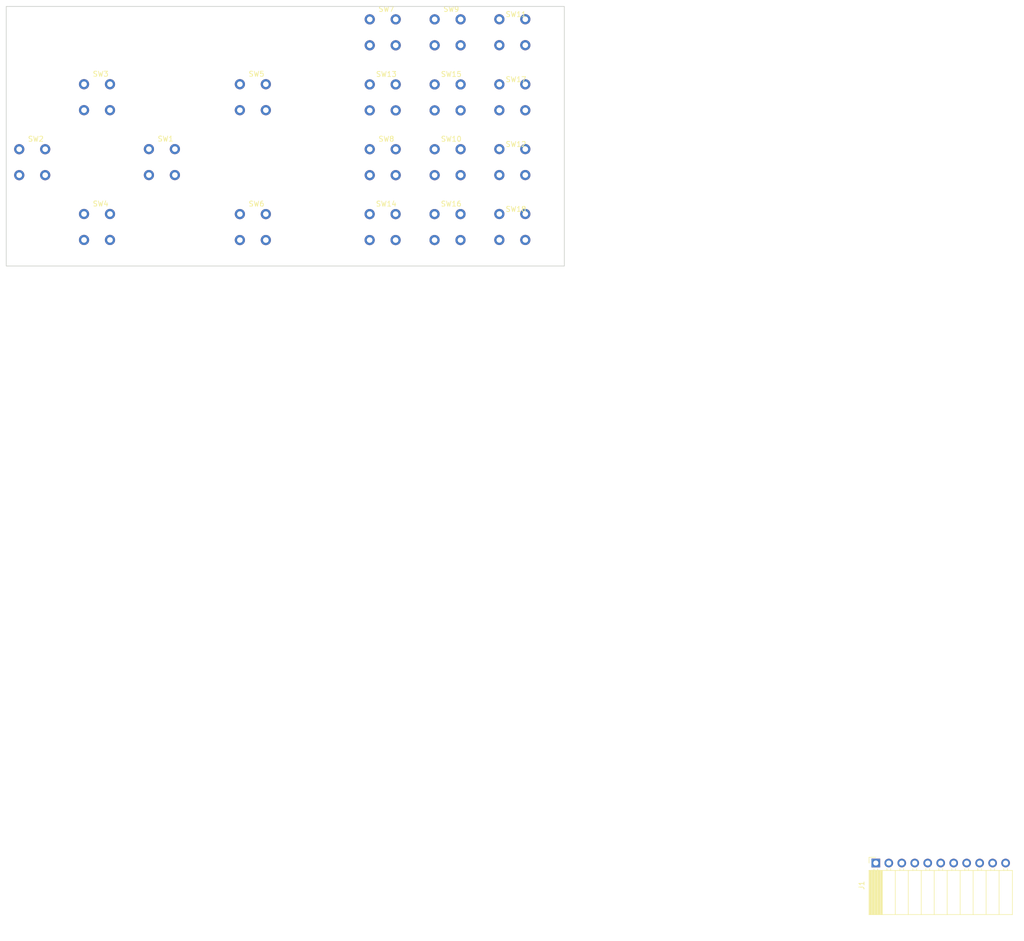
<source format=kicad_pcb>
(kicad_pcb (version 20211014) (generator pcbnew)
  (layers (0 "F.Cu" signal) (31 "B.Cu" signal) (34 "B.Paste" user) (35 "F.Paste" user) (36 "B.SilkS" user "B.Silkscreen") (37 "F.SilkS" user "F.Silkscreen") (38 "B.Mask" user) (39 "F.Mask" user) (44 "Edge.Cuts" user))
  (net 0 "")
  (net 1 "/N_C0")
  (net 2 "/N_C1")
  (net 3 "/N_C2")
  (net 4 "/N_C3")
  (net 5 "/N_C4")
  (net 6 "/N_C5")
  (net 13 "/N_R0")
  (net 14 "GND")
  (net 15 "VCC")
  (net 16 "/N_R1")
  (net 17 "/N_R2")
  (footprint "For_Rasterboard:SW_PUSH_Color_B9mm_D12mm_P5.08mm" (layer "F.Cu") (at 17.8 17.8)
    (fp_text reference "SW13" (at 3.25 -2) (layer "F.SilkS"))
    (fp_text value "YELLOW")
    (pad "1" thru_hole circle (at 0 0 90) (size 2 2) (drill 1.1) (layers *.Cu *.Mask))
    (pad "1" thru_hole circle (at 0 5.08 90) (size 2 2) (drill 1.1) (layers *.Cu *.Mask))
    (pad "2" thru_hole circle (at 5.08 0 90) (size 2 2) (drill 1.1) (layers *.Cu *.Mask))
    (pad "2" thru_hole circle (at 5.08 5.08 180) (size 2 2) (drill 1.1) (layers *.Cu *.Mask))
  )
  (footprint "For_Rasterboard:SW_PUSH_Color_B9mm_D12mm_P5.08mm" (layer "F.Cu") (at 17.78 43.18)
    (fp_text reference "SW14" (at 3.25 -2) (layer "F.SilkS"))
    (fp_text value "YELLOW")
    (pad "1" thru_hole circle (at 0 5.08 90) (size 2 2) (drill 1.1) (layers *.Cu *.Mask))
    (pad "1" thru_hole circle (at 0 0 90) (size 2 2) (drill 1.1) (layers *.Cu *.Mask))
    (pad "2" thru_hole circle (at 5.08 5.08 180) (size 2 2) (drill 1.1) (layers *.Cu *.Mask))
    (pad "2" thru_hole circle (at 5.08 0 90) (size 2 2) (drill 1.1) (layers *.Cu *.Mask))
  )
  (footprint "For_Rasterboard:SW_PUSH_Color_B9mm_D12mm_P5.08mm" (layer "F.Cu") (at 43.16 5.044248)
    (fp_text reference "SW11" (at 3.25 -0.956372) (layer "F.SilkS"))
    (fp_text value "BLUE")
    (pad "1" thru_hole circle (at 0 5.08 90) (size 2 2) (drill 1.1) (layers *.Cu *.Mask))
    (pad "1" thru_hole circle (at 0 0 90) (size 2 2) (drill 1.1) (layers *.Cu *.Mask))
    (pad "2" thru_hole circle (at 5.08 5.08 180) (size 2 2) (drill 1.1) (layers *.Cu *.Mask))
    (pad "2" thru_hole circle (at 5.08 0 90) (size 2 2) (drill 1.1) (layers *.Cu *.Mask))
  )
  (footprint "For_Rasterboard:SW_PUSH_Color_B9mm_D12mm_P5.08mm" (layer "F.Cu") (at -7.62 43.18)
    (fp_text reference "SW6" (at 3.25 -2) (layer "F.SilkS"))
    (fp_text value "BLUE")
    (pad "1" thru_hole circle (at 0 5.08 90) (size 2 2) (drill 1.1) (layers *.Cu *.Mask))
    (pad "1" thru_hole circle (at 0 0 90) (size 2 2) (drill 1.1) (layers *.Cu *.Mask))
    (pad "2" thru_hole circle (at 5.08 0 90) (size 2 2) (drill 1.1) (layers *.Cu *.Mask))
    (pad "2" thru_hole circle (at 5.08 5.08 180) (size 2 2) (drill 1.1) (layers *.Cu *.Mask))
  )
  (footprint "For_Rasterboard:SW_PUSH_Color_B9mm_D12mm_P5.08mm" (layer "F.Cu") (at -7.62 17.76)
    (fp_text reference "SW5" (at 3.25 -2) (layer "F.SilkS"))
    (fp_text value "BLUE")
    (pad "1" thru_hole circle (at 0 5.08 90) (size 2 2) (drill 1.1) (layers *.Cu *.Mask))
    (pad "1" thru_hole circle (at 0 0 90) (size 2 2) (drill 1.1) (layers *.Cu *.Mask))
    (pad "2" thru_hole circle (at 5.08 5.08 180) (size 2 2) (drill 1.1) (layers *.Cu *.Mask))
    (pad "2" thru_hole circle (at 5.08 0 90) (size 2 2) (drill 1.1) (layers *.Cu *.Mask))
  )
  (footprint "For_Rasterboard:SW_PUSH_Color_B9mm_D12mm_P5.08mm" (layer "F.Cu") (at 30.48 43.18)
    (fp_text reference "SW16" (at 3.25 -2) (layer "F.SilkS"))
    (fp_text value "GRAY")
    (pad "1" thru_hole circle (at 0 0 90) (size 2 2) (drill 1.1) (layers *.Cu *.Mask))
    (pad "1" thru_hole circle (at 0 5.08 90) (size 2 2) (drill 1.1) (layers *.Cu *.Mask))
    (pad "2" thru_hole circle (at 5.08 0 90) (size 2 2) (drill 1.1) (layers *.Cu *.Mask))
    (pad "2" thru_hole circle (at 5.08 5.08 180) (size 2 2) (drill 1.1) (layers *.Cu *.Mask))
  )
  (footprint "For_Rasterboard:SW_PUSH_Color_B9mm_D12mm_P5.08mm" (layer "F.Cu") (at 43.16 30.46)
    (fp_text reference "SW12" (at 3.25 -0.956372) (layer "F.SilkS"))
    (fp_text value "BLUE")
    (pad "1" thru_hole circle (at 0 0 90) (size 2 2) (drill 1.1) (layers *.Cu *.Mask))
    (pad "1" thru_hole circle (at 0 5.08 90) (size 2 2) (drill 1.1) (layers *.Cu *.Mask))
    (pad "2" thru_hole circle (at 5.08 5.08 180) (size 2 2) (drill 1.1) (layers *.Cu *.Mask))
    (pad "2" thru_hole circle (at 5.08 0 90) (size 2 2) (drill 1.1) (layers *.Cu *.Mask))
  )
  (footprint "Connector_PinSocket_2.54mm:PinSocket_1x11_P2.54mm_Horizontal" (layer "F.Cu") (at 116.84 170.18 90)
    (fp_text reference "J1" (at -4.38 -2.77 90) (layer "F.SilkS"))
    (fp_text value "1x11 2.54mm female 90deg")
    (fp_line (start -10.09 -1.21) (end -1.46 -1.21) (layer "F.SilkS") (width 0.12))
    (fp_line (start -1.46 19.96) (end -1.05 19.96) (layer "F.SilkS") (width 0.12))
    (fp_line (start -10.09 -1.091905) (end -1.46 -1.091905) (layer "F.SilkS") (width 0.12))
    (fp_line (start -1.46 18.14) (end -1.05 18.14) (layer "F.SilkS") (width 0.12))
    (fp_line (start -1.46 9.8) (end -1.05 9.8) (layer "F.SilkS") (width 0.12))
    (fp_line (start -1.46 10.52) (end -1.05 10.52) (layer "F.SilkS") (width 0.12))
    (fp_line (start -1.46 25.76) (end -1.05 25.76) (layer "F.SilkS") (width 0.12))
    (fp_line (start -10.09 -1.33) (end -1.46 -1.33) (layer "F.SilkS") (width 0.12))
    (fp_line (start -1.46 12.34) (end -1.05 12.34) (layer "F.SilkS") (width 0.12))
    (fp_line (start -1.46 5.44) (end -1.05 5.44) (layer "F.SilkS") (width 0.12))
    (fp_line (start -10.09 24.13) (end -1.46 24.13) (layer "F.SilkS") (width 0.12))
    (fp_line (start -10.09 19.05) (end -1.46 19.05) (layer "F.SilkS") (width 0.12))
    (fp_line (start -1.46 25.04) (end -1.05 25.04) (layer "F.SilkS") (width 0.12))
    (fp_line (start -1.46 0.36) (end -1.11 0.36) (layer "F.SilkS") (width 0.12))
    (fp_line (start -10.09 1.1519) (end -1.46 1.1519) (layer "F.SilkS") (width 0.12))
    (fp_line (start -1.46 -0.36) (end -1.11 -0.36) (layer "F.SilkS") (width 0.12))
    (fp_line (start -10.09 -0.147145) (end -1.46 -0.147145) (layer "F.SilkS") (width 0.12))
    (fp_line (start 1.11 -1.33) (end 1.11 0) (layer "F.SilkS") (width 0.12))
    (fp_line (start -1.46 22.5) (end -1.05 22.5) (layer "F.SilkS") (width 0.12))
    (fp_line (start -1.46 17.42) (end -1.05 17.42) (layer "F.SilkS") (width 0.12))
    (fp_line (start -1.46 7.98) (end -1.05 7.98) (layer "F.SilkS") (width 0.12))
    (fp_line (start -1.46 2.18) (end -1.05 2.18) (layer "F.SilkS") (width 0.12))
    (fp_line (start -10.09 0.797615) (end -1.46 0.797615) (layer "F.SilkS") (width 0.12))
    (fp_line (start -10.09 -0.73762) (end -1.46 -0.73762) (layer "F.SilkS") (width 0.12))
    (fp_line (start -10.09 0.325235) (end -1.46 0.325235) (layer "F.SilkS") (width 0.12))
    (fp_line (start -10.09 0.67952) (end -1.46 0.67952) (layer "F.SilkS") (width 0.12))
    (fp_line (start -10.09 26.73) (end -1.46 26.73) (layer "F.SilkS") (width 0.12))
    (fp_line (start -1.46 2.9) (end -1.05 2.9) (layer "F.SilkS") (width 0.12))
    (fp_line (start -10.09 3.81) (end -1.46 3.81) (layer "F.SilkS") (width 0.12))
    (fp_line (start -10.09 0.561425) (end -1.46 0.561425) (layer "F.SilkS") (width 0.12))
    (fp_line (start 0 -1.33) (end 1.11 -1.33) (layer "F.SilkS") (width 0.12))
    (fp_line (start -10.09 0.089045) (end -1.46 0.089045) (layer "F.SilkS") (width 0.12))
    (fp_line (start -10.09 0.44333) (end -1.46 0.44333) (layer "F.SilkS") (width 0.12))
    (fp_line (start -1.46 15.6) (end -1.05 15.6) (layer "F.SilkS") (width 0.12))
    (fp_line (start -10.09 -0.619525) (end -1.46 -0.619525) (layer "F.SilkS") (width 0.12))
    (fp_line (start -10.09 -0.97381) (end -1.46 -0.97381) (layer "F.SilkS") (width 0.12))
    (fp_line (start -1.46 23.22) (end -1.05 23.22) (layer "F.SilkS") (width 0.12))
    (fp_line (start -10.09 11.43) (end -1.46 11.43) (layer "F.SilkS") (width 0.12))
    (fp_line (start -1.46 -1.33) (end -1.46 26.73) (layer "F.SilkS") (width 0.12))
    (fp_line (start -10.09 -0.855715) (end -1.46 -0.855715) (layer "F.SilkS") (width 0.12))
    (fp_line (start -10.09 21.59) (end -1.46 21.59) (layer "F.SilkS") (width 0.12))
    (fp_line (start -10.09 -0.50143) (end -1.46 -0.50143) (layer "F.SilkS") (width 0.12))
    (fp_line (start -10.09 8.89) (end -1.46 8.89) (layer "F.SilkS") (width 0.12))
    (fp_line (start -10.09 -1.33) (end -10.09 26.73) (layer "F.SilkS") (width 0.12))
    (fp_line (start -1.46 20.68) (end -1.05 20.68) (layer "F.SilkS") (width 0.12))
    (fp_line (start -1.46 7.26) (end -1.05 7.26) (layer "F.SilkS") (width 0.12))
    (fp_line (start -10.09 1.27) (end -1.46 1.27) (layer "F.SilkS") (width 0.12))
    (fp_line (start -10.09 6.35) (end -1.46 6.35) (layer "F.SilkS") (width 0.12))
    (fp_line (start -10.09 13.97) (end -1.46 13.97) (layer "F.SilkS") (width 0.12))
    (fp_line (start -10.09 -0.383335) (end -1.46 -0.383335) (layer "F.SilkS") (width 0.12))
    (fp_line (start -10.09 -0.02905) (end -1.46 -0.02905) (layer "F.SilkS") (width 0.12))
    (fp_line (start -1.46 13.06) (end -1.05 13.06) (layer "F.SilkS") (width 0.12))
    (fp_line (start -1.46 4.72) (end -1.05 4.72) (layer "F.SilkS") (width 0.12))
    (fp_line (start -1.46 14.88) (end -1.05 14.88) (layer "F.SilkS") (width 0.12))
    (fp_line (start -10.09 0.91571) (end -1.46 0.91571) (layer "F.SilkS") (width 0.12))
    (fp_line (start -10.09 1.033805) (end -1.46 1.033805) (layer "F.SilkS") (width 0.12))
    (fp_line (start -10.09 0.20714) (end -1.46 0.20714) (layer "F.SilkS") (width 0.12))
    (fp_line (start -10.09 16.51) (end -1.46 16.51) (layer "F.SilkS") (width 0.12))
    (fp_line (start -10.09 -0.26524) (end -1.46 -0.26524) (layer "F.SilkS") (width 0.12))
    (pad "1" thru_hole rect (at 0 0 90) (size 1.7 1.7) (drill 1) (layers *.Cu *.Mask) (net 14 "GND"))
    (pad "2" thru_hole oval (at 0 2.54 90) (size 1.7 1.7) (drill 1) (layers *.Cu *.Mask) (net 15 "VCC"))
    (pad "3" thru_hole oval (at 0 5.08 90) (size 1.7 1.7) (drill 1) (layers *.Cu *.Mask) (net 1 "/N_C0"))
    (pad "4" thru_hole oval (at 0 7.62 90) (size 1.7 1.7) (drill 1) (layers *.Cu *.Mask) (net 2 "/N_C1"))
    (pad "5" thru_hole oval (at 0 10.16 90) (size 1.7 1.7) (drill 1) (layers *.Cu *.Mask) (net 3 "/N_C2"))
    (pad "6" thru_hole oval (at 0 12.7 90) (size 1.7 1.7) (drill 1) (layers *.Cu *.Mask) (net 4 "/N_C3"))
    (pad "7" thru_hole oval (at 0 15.24 90) (size 1.7 1.7) (drill 1) (layers *.Cu *.Mask) (net 5 "/N_C4"))
    (pad "8" thru_hole oval (at 0 17.78 90) (size 1.7 1.7) (drill 1) (layers *.Cu *.Mask) (net 6 "/N_C5"))
    (pad "9" thru_hole oval (at 0 20.32 90) (size 1.7 1.7) (drill 1) (layers *.Cu *.Mask) (net 13 "/N_R0"))
    (pad "10" thru_hole oval (at 0 22.86 90) (size 1.7 1.7) (drill 1) (layers *.Cu *.Mask) (net 16 "/N_R1"))
    (pad "11" thru_hole oval (at 0 25.4 90) (size 1.7 1.7) (drill 1) (layers *.Cu *.Mask) (net 17 "/N_R2"))
  )
  (footprint "For_Rasterboard:SW_PUSH_Color_B9mm_D12mm_P5.08mm" (layer "F.Cu") (at 17.8 30.48)
    (fp_text reference "SW8" (at 3.25 -2) (layer "F.SilkS"))
    (fp_text value "RED")
    (pad "1" thru_hole circle (at 0 0 90) (size 2 2) (drill 1.1) (layers *.Cu *.Mask))
    (pad "1" thru_hole circle (at 0 5.08 90) (size 2 2) (drill 1.1) (layers *.Cu *.Mask))
    (pad "2" thru_hole circle (at 5.08 0 90) (size 2 2) (drill 1.1) (layers *.Cu *.Mask))
    (pad "2" thru_hole circle (at 5.08 5.08 180) (size 2 2) (drill 1.1) (layers *.Cu *.Mask))
  )
  (footprint "For_Rasterboard:SW_PUSH_Color_B9mm_D12mm_P5.08mm" (layer "F.Cu") (at -38.12 17.76)
    (fp_text reference "SW3" (at 3.25 -2) (layer "F.SilkS"))
    (fp_text value "GREEN")
    (pad "1" thru_hole circle (at 0 0 90) (size 2 2) (drill 1.1) (layers *.Cu *.Mask))
    (pad "1" thru_hole circle (at 0 5.08 90) (size 2 2) (drill 1.1) (layers *.Cu *.Mask))
    (pad "2" thru_hole circle (at 5.08 0 90) (size 2 2) (drill 1.1) (layers *.Cu *.Mask))
    (pad "2" thru_hole circle (at 5.08 5.08 180) (size 2 2) (drill 1.1) (layers *.Cu *.Mask))
  )
  (footprint "For_Rasterboard:SW_PUSH_Color_B9mm_D12mm_P5.08mm" (layer "F.Cu") (at 43.16 43.16)
    (fp_text reference "SW18" (at 3.25 -0.956372) (layer "F.SilkS"))
    (fp_text value "BLACK")
    (pad "1" thru_hole circle (at 0 5.08 90) (size 2 2) (drill 1.1) (layers *.Cu *.Mask))
    (pad "1" thru_hole circle (at 0 0 90) (size 2 2) (drill 1.1) (layers *.Cu *.Mask))
    (pad "2" thru_hole circle (at 5.08 0 90) (size 2 2) (drill 1.1) (layers *.Cu *.Mask))
    (pad "2" thru_hole circle (at 5.08 5.08 180) (size 2 2) (drill 1.1) (layers *.Cu *.Mask))
  )
  (footprint "For_Rasterboard:SW_PUSH_Color_B9mm_D12mm_P5.08mm" (layer "F.Cu") (at 30.5 17.8)
    (fp_text reference "SW15" (at 3.25 -2) (layer "F.SilkS"))
    (fp_text value "GRAY")
    (pad "1" thru_hole circle (at 0 5.08 90) (size 2 2) (drill 1.1) (layers *.Cu *.Mask))
    (pad "1" thru_hole circle (at 0 0 90) (size 2 2) (drill 1.1) (layers *.Cu *.Mask))
    (pad "2" thru_hole circle (at 5.08 0 90) (size 2 2) (drill 1.1) (layers *.Cu *.Mask))
    (pad "2" thru_hole circle (at 5.08 5.08 180) (size 2 2) (drill 1.1) (layers *.Cu *.Mask))
  )
  (footprint "For_Rasterboard:SW_PUSH_Color_B9mm_D12mm_P5.08mm" (layer "F.Cu") (at 30.5 5.064248)
    (fp_text reference "SW9" (at 3.25 -2) (layer "F.SilkS"))
    (fp_text value "GREEN")
    (pad "1" thru_hole circle (at 0 5.08 90) (size 2 2) (drill 1.1) (layers *.Cu *.Mask))
    (pad "1" thru_hole circle (at 0 0 90) (size 2 2) (drill 1.1) (layers *.Cu *.Mask))
    (pad "2" thru_hole circle (at 5.08 0 90) (size 2 2) (drill 1.1) (layers *.Cu *.Mask))
    (pad "2" thru_hole circle (at 5.08 5.08 180) (size 2 2) (drill 1.1) (layers *.Cu *.Mask))
  )
  (footprint "For_Rasterboard:SW_PUSH_Color_B9mm_D12mm_P5.08mm" (layer "F.Cu") (at -25.42 30.46)
    (fp_text reference "SW1" (at 3.25 -2) (layer "F.SilkS"))
    (fp_text value "RED")
    (pad "1" thru_hole circle (at 0 5.08 90) (size 2 2) (drill 1.1) (layers *.Cu *.Mask))
    (pad "1" thru_hole circle (at 0 0 90) (size 2 2) (drill 1.1) (layers *.Cu *.Mask))
    (pad "2" thru_hole circle (at 5.08 5.08 180) (size 2 2) (drill 1.1) (layers *.Cu *.Mask))
    (pad "2" thru_hole circle (at 5.08 0 90) (size 2 2) (drill 1.1) (layers *.Cu *.Mask))
  )
  (footprint "For_Rasterboard:SW_PUSH_Color_B9mm_D12mm_P5.08mm" (layer "F.Cu") (at 17.8 5.064248)
    (fp_text reference "SW7" (at 3.25 -2) (layer "F.SilkS"))
    (fp_text value "RED")
    (pad "1" thru_hole circle (at 0 0 90) (size 2 2) (drill 1.1) (layers *.Cu *.Mask))
    (pad "1" thru_hole circle (at 0 5.08 90) (size 2 2) (drill 1.1) (layers *.Cu *.Mask))
    (pad "2" thru_hole circle (at 5.08 0 90) (size 2 2) (drill 1.1) (layers *.Cu *.Mask))
    (pad "2" thru_hole circle (at 5.08 5.08 180) (size 2 2) (drill 1.1) (layers *.Cu *.Mask))
  )
  (footprint "For_Rasterboard:SW_PUSH_Color_B9mm_D12mm_P5.08mm" (layer "F.Cu") (at -38.12 43.16)
    (fp_text reference "SW4" (at 3.25 -2) (layer "F.SilkS"))
    (fp_text value "GREEN")
    (pad "1" thru_hole circle (at 0 0 90) (size 2 2) (drill 1.1) (layers *.Cu *.Mask))
    (pad "1" thru_hole circle (at 0 5.08 90) (size 2 2) (drill 1.1) (layers *.Cu *.Mask))
    (pad "2" thru_hole circle (at 5.08 5.08 180) (size 2 2) (drill 1.1) (layers *.Cu *.Mask))
    (pad "2" thru_hole circle (at 5.08 0 90) (size 2 2) (drill 1.1) (layers *.Cu *.Mask))
  )
  (footprint "For_Rasterboard:SW_PUSH_Color_B9mm_D12mm_P5.08mm" (layer "F.Cu") (at 43.16 17.78)
    (fp_text reference "SW17" (at 3.25 -0.956372) (layer "F.SilkS"))
    (fp_text value "BLACK")
    (pad "1" thru_hole circle (at 0 0 90) (size 2 2) (drill 1.1) (layers *.Cu *.Mask))
    (pad "1" thru_hole circle (at 0 5.08 90) (size 2 2) (drill 1.1) (layers *.Cu *.Mask))
    (pad "2" thru_hole circle (at 5.08 0 90) (size 2 2) (drill 1.1) (layers *.Cu *.Mask))
    (pad "2" thru_hole circle (at 5.08 5.08 180) (size 2 2) (drill 1.1) (layers *.Cu *.Mask))
  )
  (footprint "For_Rasterboard:SW_PUSH_Color_B9mm_D12mm_P5.08mm" (layer "F.Cu") (at -50.8 30.48)
    (fp_text reference "SW2" (at 3.25 -2) (layer "F.SilkS"))
    (fp_text value "RED")
    (pad "1" thru_hole circle (at 0 5.08 90) (size 2 2) (drill 1.1) (layers *.Cu *.Mask))
    (pad "1" thru_hole circle (at 0 0 90) (size 2 2) (drill 1.1) (layers *.Cu *.Mask))
    (pad "2" thru_hole circle (at 5.08 0 90) (size 2 2) (drill 1.1) (layers *.Cu *.Mask))
    (pad "2" thru_hole circle (at 5.08 5.08 180) (size 2 2) (drill 1.1) (layers *.Cu *.Mask))
  )
  (footprint "For_Rasterboard:SW_PUSH_Color_B9mm_D12mm_P5.08mm" (layer "F.Cu") (at 30.5 30.48)
    (fp_text reference "SW10" (at 3.25 -2) (layer "F.SilkS"))
    (fp_text value "RED")
    (pad "1" thru_hole circle (at 0 0 90) (size 2 2) (drill 1.1) (layers *.Cu *.Mask))
    (pad "1" thru_hole circle (at 0 5.08 90) (size 2 2) (drill 1.1) (layers *.Cu *.Mask))
    (pad "2" thru_hole circle (at 5.08 5.08 180) (size 2 2) (drill 1.1) (layers *.Cu *.Mask))
    (pad "2" thru_hole circle (at 5.08 0 90) (size 2 2) (drill 1.1) (layers *.Cu *.Mask))
  )
  (gr_rect (start -53.34 2.54) (end 55.88 53.34) (layer "Edge.Cuts") (width 0.15) (fill none))
)
</source>
